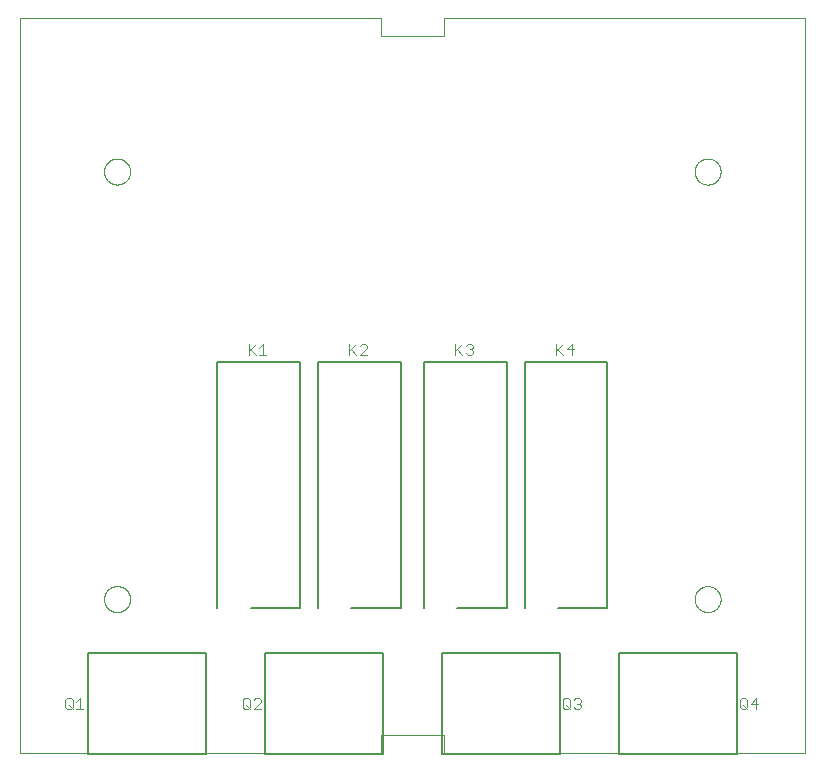
<source format=gto>
G04 EAGLE Gerber RS-274X export*
G75*
%MOMM*%
%FSLAX34Y34*%
%LPD*%
%INSilk Top*%
%IPPOS*%
%AMOC8*
5,1,8,0,0,1.08239X$1,22.5*%
G01*
%ADD10C,0.000000*%
%ADD11C,0.203200*%
%ADD12C,0.101600*%
%ADD13C,0.127000*%


D10*
X0Y0D02*
X306000Y0D01*
X306000Y15000D01*
X359000Y15000D01*
X359000Y0D01*
X665000Y0D01*
X665000Y622000D01*
X359000Y622000D01*
X359000Y607000D01*
X306000Y607000D01*
X306000Y622000D01*
X0Y622000D01*
X0Y0D01*
X71500Y492000D02*
X71503Y492270D01*
X71513Y492540D01*
X71530Y492809D01*
X71553Y493078D01*
X71583Y493347D01*
X71619Y493614D01*
X71662Y493881D01*
X71711Y494146D01*
X71767Y494410D01*
X71830Y494673D01*
X71898Y494934D01*
X71974Y495193D01*
X72055Y495450D01*
X72143Y495706D01*
X72237Y495959D01*
X72337Y496210D01*
X72444Y496458D01*
X72556Y496703D01*
X72675Y496946D01*
X72799Y497185D01*
X72929Y497422D01*
X73065Y497655D01*
X73207Y497885D01*
X73354Y498111D01*
X73507Y498334D01*
X73665Y498553D01*
X73828Y498768D01*
X73997Y498978D01*
X74171Y499185D01*
X74350Y499387D01*
X74533Y499585D01*
X74722Y499778D01*
X74915Y499967D01*
X75113Y500150D01*
X75315Y500329D01*
X75522Y500503D01*
X75732Y500672D01*
X75947Y500835D01*
X76166Y500993D01*
X76389Y501146D01*
X76615Y501293D01*
X76845Y501435D01*
X77078Y501571D01*
X77315Y501701D01*
X77554Y501825D01*
X77797Y501944D01*
X78042Y502056D01*
X78290Y502163D01*
X78541Y502263D01*
X78794Y502357D01*
X79050Y502445D01*
X79307Y502526D01*
X79566Y502602D01*
X79827Y502670D01*
X80090Y502733D01*
X80354Y502789D01*
X80619Y502838D01*
X80886Y502881D01*
X81153Y502917D01*
X81422Y502947D01*
X81691Y502970D01*
X81960Y502987D01*
X82230Y502997D01*
X82500Y503000D01*
X82770Y502997D01*
X83040Y502987D01*
X83309Y502970D01*
X83578Y502947D01*
X83847Y502917D01*
X84114Y502881D01*
X84381Y502838D01*
X84646Y502789D01*
X84910Y502733D01*
X85173Y502670D01*
X85434Y502602D01*
X85693Y502526D01*
X85950Y502445D01*
X86206Y502357D01*
X86459Y502263D01*
X86710Y502163D01*
X86958Y502056D01*
X87203Y501944D01*
X87446Y501825D01*
X87685Y501701D01*
X87922Y501571D01*
X88155Y501435D01*
X88385Y501293D01*
X88611Y501146D01*
X88834Y500993D01*
X89053Y500835D01*
X89268Y500672D01*
X89478Y500503D01*
X89685Y500329D01*
X89887Y500150D01*
X90085Y499967D01*
X90278Y499778D01*
X90467Y499585D01*
X90650Y499387D01*
X90829Y499185D01*
X91003Y498978D01*
X91172Y498768D01*
X91335Y498553D01*
X91493Y498334D01*
X91646Y498111D01*
X91793Y497885D01*
X91935Y497655D01*
X92071Y497422D01*
X92201Y497185D01*
X92325Y496946D01*
X92444Y496703D01*
X92556Y496458D01*
X92663Y496210D01*
X92763Y495959D01*
X92857Y495706D01*
X92945Y495450D01*
X93026Y495193D01*
X93102Y494934D01*
X93170Y494673D01*
X93233Y494410D01*
X93289Y494146D01*
X93338Y493881D01*
X93381Y493614D01*
X93417Y493347D01*
X93447Y493078D01*
X93470Y492809D01*
X93487Y492540D01*
X93497Y492270D01*
X93500Y492000D01*
X93497Y491730D01*
X93487Y491460D01*
X93470Y491191D01*
X93447Y490922D01*
X93417Y490653D01*
X93381Y490386D01*
X93338Y490119D01*
X93289Y489854D01*
X93233Y489590D01*
X93170Y489327D01*
X93102Y489066D01*
X93026Y488807D01*
X92945Y488550D01*
X92857Y488294D01*
X92763Y488041D01*
X92663Y487790D01*
X92556Y487542D01*
X92444Y487297D01*
X92325Y487054D01*
X92201Y486815D01*
X92071Y486578D01*
X91935Y486345D01*
X91793Y486115D01*
X91646Y485889D01*
X91493Y485666D01*
X91335Y485447D01*
X91172Y485232D01*
X91003Y485022D01*
X90829Y484815D01*
X90650Y484613D01*
X90467Y484415D01*
X90278Y484222D01*
X90085Y484033D01*
X89887Y483850D01*
X89685Y483671D01*
X89478Y483497D01*
X89268Y483328D01*
X89053Y483165D01*
X88834Y483007D01*
X88611Y482854D01*
X88385Y482707D01*
X88155Y482565D01*
X87922Y482429D01*
X87685Y482299D01*
X87446Y482175D01*
X87203Y482056D01*
X86958Y481944D01*
X86710Y481837D01*
X86459Y481737D01*
X86206Y481643D01*
X85950Y481555D01*
X85693Y481474D01*
X85434Y481398D01*
X85173Y481330D01*
X84910Y481267D01*
X84646Y481211D01*
X84381Y481162D01*
X84114Y481119D01*
X83847Y481083D01*
X83578Y481053D01*
X83309Y481030D01*
X83040Y481013D01*
X82770Y481003D01*
X82500Y481000D01*
X82230Y481003D01*
X81960Y481013D01*
X81691Y481030D01*
X81422Y481053D01*
X81153Y481083D01*
X80886Y481119D01*
X80619Y481162D01*
X80354Y481211D01*
X80090Y481267D01*
X79827Y481330D01*
X79566Y481398D01*
X79307Y481474D01*
X79050Y481555D01*
X78794Y481643D01*
X78541Y481737D01*
X78290Y481837D01*
X78042Y481944D01*
X77797Y482056D01*
X77554Y482175D01*
X77315Y482299D01*
X77078Y482429D01*
X76845Y482565D01*
X76615Y482707D01*
X76389Y482854D01*
X76166Y483007D01*
X75947Y483165D01*
X75732Y483328D01*
X75522Y483497D01*
X75315Y483671D01*
X75113Y483850D01*
X74915Y484033D01*
X74722Y484222D01*
X74533Y484415D01*
X74350Y484613D01*
X74171Y484815D01*
X73997Y485022D01*
X73828Y485232D01*
X73665Y485447D01*
X73507Y485666D01*
X73354Y485889D01*
X73207Y486115D01*
X73065Y486345D01*
X72929Y486578D01*
X72799Y486815D01*
X72675Y487054D01*
X72556Y487297D01*
X72444Y487542D01*
X72337Y487790D01*
X72237Y488041D01*
X72143Y488294D01*
X72055Y488550D01*
X71974Y488807D01*
X71898Y489066D01*
X71830Y489327D01*
X71767Y489590D01*
X71711Y489854D01*
X71662Y490119D01*
X71619Y490386D01*
X71583Y490653D01*
X71553Y490922D01*
X71530Y491191D01*
X71513Y491460D01*
X71503Y491730D01*
X71500Y492000D01*
X571500Y130000D02*
X571503Y130270D01*
X571513Y130540D01*
X571530Y130809D01*
X571553Y131078D01*
X571583Y131347D01*
X571619Y131614D01*
X571662Y131881D01*
X571711Y132146D01*
X571767Y132410D01*
X571830Y132673D01*
X571898Y132934D01*
X571974Y133193D01*
X572055Y133450D01*
X572143Y133706D01*
X572237Y133959D01*
X572337Y134210D01*
X572444Y134458D01*
X572556Y134703D01*
X572675Y134946D01*
X572799Y135185D01*
X572929Y135422D01*
X573065Y135655D01*
X573207Y135885D01*
X573354Y136111D01*
X573507Y136334D01*
X573665Y136553D01*
X573828Y136768D01*
X573997Y136978D01*
X574171Y137185D01*
X574350Y137387D01*
X574533Y137585D01*
X574722Y137778D01*
X574915Y137967D01*
X575113Y138150D01*
X575315Y138329D01*
X575522Y138503D01*
X575732Y138672D01*
X575947Y138835D01*
X576166Y138993D01*
X576389Y139146D01*
X576615Y139293D01*
X576845Y139435D01*
X577078Y139571D01*
X577315Y139701D01*
X577554Y139825D01*
X577797Y139944D01*
X578042Y140056D01*
X578290Y140163D01*
X578541Y140263D01*
X578794Y140357D01*
X579050Y140445D01*
X579307Y140526D01*
X579566Y140602D01*
X579827Y140670D01*
X580090Y140733D01*
X580354Y140789D01*
X580619Y140838D01*
X580886Y140881D01*
X581153Y140917D01*
X581422Y140947D01*
X581691Y140970D01*
X581960Y140987D01*
X582230Y140997D01*
X582500Y141000D01*
X582770Y140997D01*
X583040Y140987D01*
X583309Y140970D01*
X583578Y140947D01*
X583847Y140917D01*
X584114Y140881D01*
X584381Y140838D01*
X584646Y140789D01*
X584910Y140733D01*
X585173Y140670D01*
X585434Y140602D01*
X585693Y140526D01*
X585950Y140445D01*
X586206Y140357D01*
X586459Y140263D01*
X586710Y140163D01*
X586958Y140056D01*
X587203Y139944D01*
X587446Y139825D01*
X587685Y139701D01*
X587922Y139571D01*
X588155Y139435D01*
X588385Y139293D01*
X588611Y139146D01*
X588834Y138993D01*
X589053Y138835D01*
X589268Y138672D01*
X589478Y138503D01*
X589685Y138329D01*
X589887Y138150D01*
X590085Y137967D01*
X590278Y137778D01*
X590467Y137585D01*
X590650Y137387D01*
X590829Y137185D01*
X591003Y136978D01*
X591172Y136768D01*
X591335Y136553D01*
X591493Y136334D01*
X591646Y136111D01*
X591793Y135885D01*
X591935Y135655D01*
X592071Y135422D01*
X592201Y135185D01*
X592325Y134946D01*
X592444Y134703D01*
X592556Y134458D01*
X592663Y134210D01*
X592763Y133959D01*
X592857Y133706D01*
X592945Y133450D01*
X593026Y133193D01*
X593102Y132934D01*
X593170Y132673D01*
X593233Y132410D01*
X593289Y132146D01*
X593338Y131881D01*
X593381Y131614D01*
X593417Y131347D01*
X593447Y131078D01*
X593470Y130809D01*
X593487Y130540D01*
X593497Y130270D01*
X593500Y130000D01*
X593497Y129730D01*
X593487Y129460D01*
X593470Y129191D01*
X593447Y128922D01*
X593417Y128653D01*
X593381Y128386D01*
X593338Y128119D01*
X593289Y127854D01*
X593233Y127590D01*
X593170Y127327D01*
X593102Y127066D01*
X593026Y126807D01*
X592945Y126550D01*
X592857Y126294D01*
X592763Y126041D01*
X592663Y125790D01*
X592556Y125542D01*
X592444Y125297D01*
X592325Y125054D01*
X592201Y124815D01*
X592071Y124578D01*
X591935Y124345D01*
X591793Y124115D01*
X591646Y123889D01*
X591493Y123666D01*
X591335Y123447D01*
X591172Y123232D01*
X591003Y123022D01*
X590829Y122815D01*
X590650Y122613D01*
X590467Y122415D01*
X590278Y122222D01*
X590085Y122033D01*
X589887Y121850D01*
X589685Y121671D01*
X589478Y121497D01*
X589268Y121328D01*
X589053Y121165D01*
X588834Y121007D01*
X588611Y120854D01*
X588385Y120707D01*
X588155Y120565D01*
X587922Y120429D01*
X587685Y120299D01*
X587446Y120175D01*
X587203Y120056D01*
X586958Y119944D01*
X586710Y119837D01*
X586459Y119737D01*
X586206Y119643D01*
X585950Y119555D01*
X585693Y119474D01*
X585434Y119398D01*
X585173Y119330D01*
X584910Y119267D01*
X584646Y119211D01*
X584381Y119162D01*
X584114Y119119D01*
X583847Y119083D01*
X583578Y119053D01*
X583309Y119030D01*
X583040Y119013D01*
X582770Y119003D01*
X582500Y119000D01*
X582230Y119003D01*
X581960Y119013D01*
X581691Y119030D01*
X581422Y119053D01*
X581153Y119083D01*
X580886Y119119D01*
X580619Y119162D01*
X580354Y119211D01*
X580090Y119267D01*
X579827Y119330D01*
X579566Y119398D01*
X579307Y119474D01*
X579050Y119555D01*
X578794Y119643D01*
X578541Y119737D01*
X578290Y119837D01*
X578042Y119944D01*
X577797Y120056D01*
X577554Y120175D01*
X577315Y120299D01*
X577078Y120429D01*
X576845Y120565D01*
X576615Y120707D01*
X576389Y120854D01*
X576166Y121007D01*
X575947Y121165D01*
X575732Y121328D01*
X575522Y121497D01*
X575315Y121671D01*
X575113Y121850D01*
X574915Y122033D01*
X574722Y122222D01*
X574533Y122415D01*
X574350Y122613D01*
X574171Y122815D01*
X573997Y123022D01*
X573828Y123232D01*
X573665Y123447D01*
X573507Y123666D01*
X573354Y123889D01*
X573207Y124115D01*
X573065Y124345D01*
X572929Y124578D01*
X572799Y124815D01*
X572675Y125054D01*
X572556Y125297D01*
X572444Y125542D01*
X572337Y125790D01*
X572237Y126041D01*
X572143Y126294D01*
X572055Y126550D01*
X571974Y126807D01*
X571898Y127066D01*
X571830Y127327D01*
X571767Y127590D01*
X571711Y127854D01*
X571662Y128119D01*
X571619Y128386D01*
X571583Y128653D01*
X571553Y128922D01*
X571530Y129191D01*
X571513Y129460D01*
X571503Y129730D01*
X571500Y130000D01*
X71500Y130000D02*
X71503Y130270D01*
X71513Y130540D01*
X71530Y130809D01*
X71553Y131078D01*
X71583Y131347D01*
X71619Y131614D01*
X71662Y131881D01*
X71711Y132146D01*
X71767Y132410D01*
X71830Y132673D01*
X71898Y132934D01*
X71974Y133193D01*
X72055Y133450D01*
X72143Y133706D01*
X72237Y133959D01*
X72337Y134210D01*
X72444Y134458D01*
X72556Y134703D01*
X72675Y134946D01*
X72799Y135185D01*
X72929Y135422D01*
X73065Y135655D01*
X73207Y135885D01*
X73354Y136111D01*
X73507Y136334D01*
X73665Y136553D01*
X73828Y136768D01*
X73997Y136978D01*
X74171Y137185D01*
X74350Y137387D01*
X74533Y137585D01*
X74722Y137778D01*
X74915Y137967D01*
X75113Y138150D01*
X75315Y138329D01*
X75522Y138503D01*
X75732Y138672D01*
X75947Y138835D01*
X76166Y138993D01*
X76389Y139146D01*
X76615Y139293D01*
X76845Y139435D01*
X77078Y139571D01*
X77315Y139701D01*
X77554Y139825D01*
X77797Y139944D01*
X78042Y140056D01*
X78290Y140163D01*
X78541Y140263D01*
X78794Y140357D01*
X79050Y140445D01*
X79307Y140526D01*
X79566Y140602D01*
X79827Y140670D01*
X80090Y140733D01*
X80354Y140789D01*
X80619Y140838D01*
X80886Y140881D01*
X81153Y140917D01*
X81422Y140947D01*
X81691Y140970D01*
X81960Y140987D01*
X82230Y140997D01*
X82500Y141000D01*
X82770Y140997D01*
X83040Y140987D01*
X83309Y140970D01*
X83578Y140947D01*
X83847Y140917D01*
X84114Y140881D01*
X84381Y140838D01*
X84646Y140789D01*
X84910Y140733D01*
X85173Y140670D01*
X85434Y140602D01*
X85693Y140526D01*
X85950Y140445D01*
X86206Y140357D01*
X86459Y140263D01*
X86710Y140163D01*
X86958Y140056D01*
X87203Y139944D01*
X87446Y139825D01*
X87685Y139701D01*
X87922Y139571D01*
X88155Y139435D01*
X88385Y139293D01*
X88611Y139146D01*
X88834Y138993D01*
X89053Y138835D01*
X89268Y138672D01*
X89478Y138503D01*
X89685Y138329D01*
X89887Y138150D01*
X90085Y137967D01*
X90278Y137778D01*
X90467Y137585D01*
X90650Y137387D01*
X90829Y137185D01*
X91003Y136978D01*
X91172Y136768D01*
X91335Y136553D01*
X91493Y136334D01*
X91646Y136111D01*
X91793Y135885D01*
X91935Y135655D01*
X92071Y135422D01*
X92201Y135185D01*
X92325Y134946D01*
X92444Y134703D01*
X92556Y134458D01*
X92663Y134210D01*
X92763Y133959D01*
X92857Y133706D01*
X92945Y133450D01*
X93026Y133193D01*
X93102Y132934D01*
X93170Y132673D01*
X93233Y132410D01*
X93289Y132146D01*
X93338Y131881D01*
X93381Y131614D01*
X93417Y131347D01*
X93447Y131078D01*
X93470Y130809D01*
X93487Y130540D01*
X93497Y130270D01*
X93500Y130000D01*
X93497Y129730D01*
X93487Y129460D01*
X93470Y129191D01*
X93447Y128922D01*
X93417Y128653D01*
X93381Y128386D01*
X93338Y128119D01*
X93289Y127854D01*
X93233Y127590D01*
X93170Y127327D01*
X93102Y127066D01*
X93026Y126807D01*
X92945Y126550D01*
X92857Y126294D01*
X92763Y126041D01*
X92663Y125790D01*
X92556Y125542D01*
X92444Y125297D01*
X92325Y125054D01*
X92201Y124815D01*
X92071Y124578D01*
X91935Y124345D01*
X91793Y124115D01*
X91646Y123889D01*
X91493Y123666D01*
X91335Y123447D01*
X91172Y123232D01*
X91003Y123022D01*
X90829Y122815D01*
X90650Y122613D01*
X90467Y122415D01*
X90278Y122222D01*
X90085Y122033D01*
X89887Y121850D01*
X89685Y121671D01*
X89478Y121497D01*
X89268Y121328D01*
X89053Y121165D01*
X88834Y121007D01*
X88611Y120854D01*
X88385Y120707D01*
X88155Y120565D01*
X87922Y120429D01*
X87685Y120299D01*
X87446Y120175D01*
X87203Y120056D01*
X86958Y119944D01*
X86710Y119837D01*
X86459Y119737D01*
X86206Y119643D01*
X85950Y119555D01*
X85693Y119474D01*
X85434Y119398D01*
X85173Y119330D01*
X84910Y119267D01*
X84646Y119211D01*
X84381Y119162D01*
X84114Y119119D01*
X83847Y119083D01*
X83578Y119053D01*
X83309Y119030D01*
X83040Y119013D01*
X82770Y119003D01*
X82500Y119000D01*
X82230Y119003D01*
X81960Y119013D01*
X81691Y119030D01*
X81422Y119053D01*
X81153Y119083D01*
X80886Y119119D01*
X80619Y119162D01*
X80354Y119211D01*
X80090Y119267D01*
X79827Y119330D01*
X79566Y119398D01*
X79307Y119474D01*
X79050Y119555D01*
X78794Y119643D01*
X78541Y119737D01*
X78290Y119837D01*
X78042Y119944D01*
X77797Y120056D01*
X77554Y120175D01*
X77315Y120299D01*
X77078Y120429D01*
X76845Y120565D01*
X76615Y120707D01*
X76389Y120854D01*
X76166Y121007D01*
X75947Y121165D01*
X75732Y121328D01*
X75522Y121497D01*
X75315Y121671D01*
X75113Y121850D01*
X74915Y122033D01*
X74722Y122222D01*
X74533Y122415D01*
X74350Y122613D01*
X74171Y122815D01*
X73997Y123022D01*
X73828Y123232D01*
X73665Y123447D01*
X73507Y123666D01*
X73354Y123889D01*
X73207Y124115D01*
X73065Y124345D01*
X72929Y124578D01*
X72799Y124815D01*
X72675Y125054D01*
X72556Y125297D01*
X72444Y125542D01*
X72337Y125790D01*
X72237Y126041D01*
X72143Y126294D01*
X72055Y126550D01*
X71974Y126807D01*
X71898Y127066D01*
X71830Y127327D01*
X71767Y127590D01*
X71711Y127854D01*
X71662Y128119D01*
X71619Y128386D01*
X71583Y128653D01*
X71553Y128922D01*
X71530Y129191D01*
X71513Y129460D01*
X71503Y129730D01*
X71500Y130000D01*
X571500Y492000D02*
X571503Y492270D01*
X571513Y492540D01*
X571530Y492809D01*
X571553Y493078D01*
X571583Y493347D01*
X571619Y493614D01*
X571662Y493881D01*
X571711Y494146D01*
X571767Y494410D01*
X571830Y494673D01*
X571898Y494934D01*
X571974Y495193D01*
X572055Y495450D01*
X572143Y495706D01*
X572237Y495959D01*
X572337Y496210D01*
X572444Y496458D01*
X572556Y496703D01*
X572675Y496946D01*
X572799Y497185D01*
X572929Y497422D01*
X573065Y497655D01*
X573207Y497885D01*
X573354Y498111D01*
X573507Y498334D01*
X573665Y498553D01*
X573828Y498768D01*
X573997Y498978D01*
X574171Y499185D01*
X574350Y499387D01*
X574533Y499585D01*
X574722Y499778D01*
X574915Y499967D01*
X575113Y500150D01*
X575315Y500329D01*
X575522Y500503D01*
X575732Y500672D01*
X575947Y500835D01*
X576166Y500993D01*
X576389Y501146D01*
X576615Y501293D01*
X576845Y501435D01*
X577078Y501571D01*
X577315Y501701D01*
X577554Y501825D01*
X577797Y501944D01*
X578042Y502056D01*
X578290Y502163D01*
X578541Y502263D01*
X578794Y502357D01*
X579050Y502445D01*
X579307Y502526D01*
X579566Y502602D01*
X579827Y502670D01*
X580090Y502733D01*
X580354Y502789D01*
X580619Y502838D01*
X580886Y502881D01*
X581153Y502917D01*
X581422Y502947D01*
X581691Y502970D01*
X581960Y502987D01*
X582230Y502997D01*
X582500Y503000D01*
X582770Y502997D01*
X583040Y502987D01*
X583309Y502970D01*
X583578Y502947D01*
X583847Y502917D01*
X584114Y502881D01*
X584381Y502838D01*
X584646Y502789D01*
X584910Y502733D01*
X585173Y502670D01*
X585434Y502602D01*
X585693Y502526D01*
X585950Y502445D01*
X586206Y502357D01*
X586459Y502263D01*
X586710Y502163D01*
X586958Y502056D01*
X587203Y501944D01*
X587446Y501825D01*
X587685Y501701D01*
X587922Y501571D01*
X588155Y501435D01*
X588385Y501293D01*
X588611Y501146D01*
X588834Y500993D01*
X589053Y500835D01*
X589268Y500672D01*
X589478Y500503D01*
X589685Y500329D01*
X589887Y500150D01*
X590085Y499967D01*
X590278Y499778D01*
X590467Y499585D01*
X590650Y499387D01*
X590829Y499185D01*
X591003Y498978D01*
X591172Y498768D01*
X591335Y498553D01*
X591493Y498334D01*
X591646Y498111D01*
X591793Y497885D01*
X591935Y497655D01*
X592071Y497422D01*
X592201Y497185D01*
X592325Y496946D01*
X592444Y496703D01*
X592556Y496458D01*
X592663Y496210D01*
X592763Y495959D01*
X592857Y495706D01*
X592945Y495450D01*
X593026Y495193D01*
X593102Y494934D01*
X593170Y494673D01*
X593233Y494410D01*
X593289Y494146D01*
X593338Y493881D01*
X593381Y493614D01*
X593417Y493347D01*
X593447Y493078D01*
X593470Y492809D01*
X593487Y492540D01*
X593497Y492270D01*
X593500Y492000D01*
X593497Y491730D01*
X593487Y491460D01*
X593470Y491191D01*
X593447Y490922D01*
X593417Y490653D01*
X593381Y490386D01*
X593338Y490119D01*
X593289Y489854D01*
X593233Y489590D01*
X593170Y489327D01*
X593102Y489066D01*
X593026Y488807D01*
X592945Y488550D01*
X592857Y488294D01*
X592763Y488041D01*
X592663Y487790D01*
X592556Y487542D01*
X592444Y487297D01*
X592325Y487054D01*
X592201Y486815D01*
X592071Y486578D01*
X591935Y486345D01*
X591793Y486115D01*
X591646Y485889D01*
X591493Y485666D01*
X591335Y485447D01*
X591172Y485232D01*
X591003Y485022D01*
X590829Y484815D01*
X590650Y484613D01*
X590467Y484415D01*
X590278Y484222D01*
X590085Y484033D01*
X589887Y483850D01*
X589685Y483671D01*
X589478Y483497D01*
X589268Y483328D01*
X589053Y483165D01*
X588834Y483007D01*
X588611Y482854D01*
X588385Y482707D01*
X588155Y482565D01*
X587922Y482429D01*
X587685Y482299D01*
X587446Y482175D01*
X587203Y482056D01*
X586958Y481944D01*
X586710Y481837D01*
X586459Y481737D01*
X586206Y481643D01*
X585950Y481555D01*
X585693Y481474D01*
X585434Y481398D01*
X585173Y481330D01*
X584910Y481267D01*
X584646Y481211D01*
X584381Y481162D01*
X584114Y481119D01*
X583847Y481083D01*
X583578Y481053D01*
X583309Y481030D01*
X583040Y481013D01*
X582770Y481003D01*
X582500Y481000D01*
X582230Y481003D01*
X581960Y481013D01*
X581691Y481030D01*
X581422Y481053D01*
X581153Y481083D01*
X580886Y481119D01*
X580619Y481162D01*
X580354Y481211D01*
X580090Y481267D01*
X579827Y481330D01*
X579566Y481398D01*
X579307Y481474D01*
X579050Y481555D01*
X578794Y481643D01*
X578541Y481737D01*
X578290Y481837D01*
X578042Y481944D01*
X577797Y482056D01*
X577554Y482175D01*
X577315Y482299D01*
X577078Y482429D01*
X576845Y482565D01*
X576615Y482707D01*
X576389Y482854D01*
X576166Y483007D01*
X575947Y483165D01*
X575732Y483328D01*
X575522Y483497D01*
X575315Y483671D01*
X575113Y483850D01*
X574915Y484033D01*
X574722Y484222D01*
X574533Y484415D01*
X574350Y484613D01*
X574171Y484815D01*
X573997Y485022D01*
X573828Y485232D01*
X573665Y485447D01*
X573507Y485666D01*
X573354Y485889D01*
X573207Y486115D01*
X573065Y486345D01*
X572929Y486578D01*
X572799Y486815D01*
X572675Y487054D01*
X572556Y487297D01*
X572444Y487542D01*
X572337Y487790D01*
X572237Y488041D01*
X572143Y488294D01*
X572055Y488550D01*
X571974Y488807D01*
X571898Y489066D01*
X571830Y489327D01*
X571767Y489590D01*
X571711Y489854D01*
X571662Y490119D01*
X571619Y490386D01*
X571583Y490653D01*
X571553Y490922D01*
X571530Y491191D01*
X571513Y491460D01*
X571503Y491730D01*
X571500Y492000D01*
D11*
X237500Y330500D02*
X237500Y122500D01*
X195500Y122500D01*
X167500Y122500D02*
X167500Y330500D01*
X237500Y330500D01*
D12*
X193800Y337008D02*
X193800Y346000D01*
X193800Y340005D02*
X199795Y346000D01*
X195299Y341504D02*
X199795Y337008D01*
X203008Y343002D02*
X206005Y346000D01*
X206005Y337008D01*
X203008Y337008D02*
X209002Y337008D01*
D11*
X322500Y330500D02*
X322500Y122500D01*
X280500Y122500D01*
X252500Y122500D02*
X252500Y330500D01*
X322500Y330500D01*
D12*
X278800Y337008D02*
X278800Y346000D01*
X278800Y340005D02*
X284795Y346000D01*
X280299Y341504D02*
X284795Y337008D01*
X288008Y337008D02*
X294002Y337008D01*
X288008Y337008D02*
X294002Y343002D01*
X294002Y344501D01*
X292504Y346000D01*
X289507Y346000D01*
X288008Y344501D01*
D11*
X412500Y330500D02*
X412500Y122500D01*
X370500Y122500D01*
X342500Y122500D02*
X342500Y330500D01*
X412500Y330500D01*
D12*
X368800Y337008D02*
X368800Y346000D01*
X368800Y340005D02*
X374795Y346000D01*
X370299Y341504D02*
X374795Y337008D01*
X378008Y344501D02*
X379507Y346000D01*
X382504Y346000D01*
X384002Y344501D01*
X384002Y343002D01*
X382504Y341504D01*
X381005Y341504D01*
X382504Y341504D02*
X384002Y340005D01*
X384002Y338507D01*
X382504Y337008D01*
X379507Y337008D01*
X378008Y338507D01*
D11*
X497500Y330500D02*
X497500Y122500D01*
X455500Y122500D01*
X427500Y122500D02*
X427500Y330500D01*
X497500Y330500D01*
D12*
X453800Y337008D02*
X453800Y346000D01*
X453800Y340005D02*
X459795Y346000D01*
X455299Y341504D02*
X459795Y337008D01*
X467504Y337008D02*
X467504Y346000D01*
X463008Y341504D01*
X469002Y341504D01*
D13*
X157500Y84000D02*
X157500Y-1000D01*
X57500Y-1000D01*
X57500Y84000D01*
X157500Y84000D01*
D12*
X38800Y44501D02*
X38800Y38507D01*
X38800Y44501D02*
X40299Y46000D01*
X43296Y46000D01*
X44795Y44501D01*
X44795Y38507D01*
X43296Y37008D01*
X40299Y37008D01*
X38800Y38507D01*
X41797Y40005D02*
X44795Y37008D01*
X48008Y43002D02*
X51005Y46000D01*
X51005Y37008D01*
X48008Y37008D02*
X54002Y37008D01*
D13*
X207500Y-1000D02*
X207500Y84000D01*
X307500Y84000D01*
X307500Y-1000D01*
X207500Y-1000D01*
D12*
X188800Y38507D02*
X188800Y44501D01*
X190299Y46000D01*
X193296Y46000D01*
X194795Y44501D01*
X194795Y38507D01*
X193296Y37008D01*
X190299Y37008D01*
X188800Y38507D01*
X191797Y40005D02*
X194795Y37008D01*
X198008Y37008D02*
X204002Y37008D01*
X198008Y37008D02*
X204002Y43002D01*
X204002Y44501D01*
X202504Y46000D01*
X199507Y46000D01*
X198008Y44501D01*
D13*
X357500Y84000D02*
X357500Y-1000D01*
X357500Y84000D02*
X457500Y84000D01*
X457500Y-1000D01*
X357500Y-1000D01*
D12*
X459800Y38507D02*
X459800Y44501D01*
X461299Y46000D01*
X464296Y46000D01*
X465795Y44501D01*
X465795Y38507D01*
X464296Y37008D01*
X461299Y37008D01*
X459800Y38507D01*
X462797Y40005D02*
X465795Y37008D01*
X469008Y44501D02*
X470507Y46000D01*
X473504Y46000D01*
X475002Y44501D01*
X475002Y43002D01*
X473504Y41504D01*
X472005Y41504D01*
X473504Y41504D02*
X475002Y40005D01*
X475002Y38507D01*
X473504Y37008D01*
X470507Y37008D01*
X469008Y38507D01*
D13*
X507500Y-1000D02*
X507500Y84000D01*
X607500Y84000D01*
X607500Y-1000D01*
X507500Y-1000D01*
D12*
X609800Y38507D02*
X609800Y44501D01*
X611299Y46000D01*
X614296Y46000D01*
X615795Y44501D01*
X615795Y38507D01*
X614296Y37008D01*
X611299Y37008D01*
X609800Y38507D01*
X612797Y40005D02*
X615795Y37008D01*
X623504Y37008D02*
X623504Y46000D01*
X619008Y41504D01*
X625002Y41504D01*
M02*

</source>
